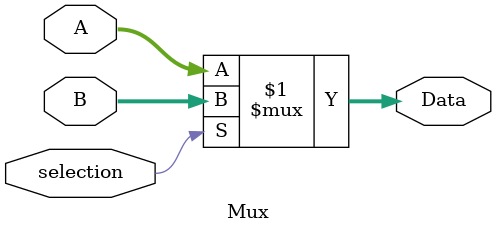
<source format=sv>
module Mux #(parameter Width = 32)(
    input logic [Width - 1:0] A,
    input logic [Width - 1:0] B,
    input logic selection,
    output logic [Width - 1:0] Data
);

    assign Data = selection? B: A;
    
endmodule
</source>
